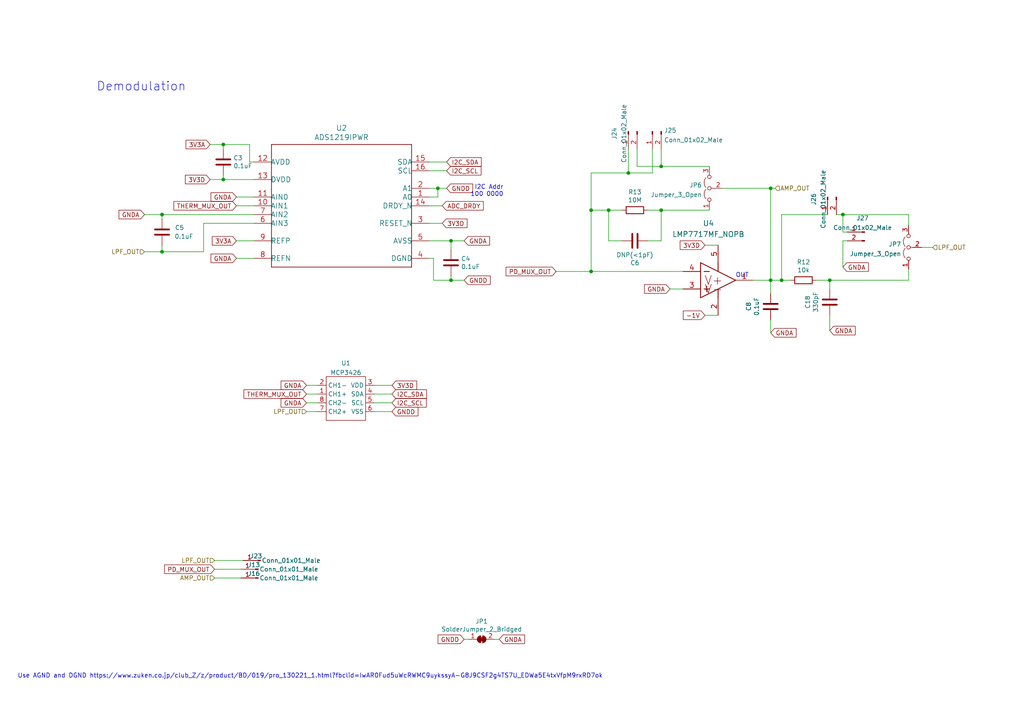
<source format=kicad_sch>
(kicad_sch (version 20211123) (generator eeschema)
  (paper "A4")
  (lib_symbols
    (symbol "Connector:Conn_01x01_Male" (pin_names (offset 1.016) hide)
      (property "Reference" "J" (at 0 2.54 0))
      (property "Value" "Conn_01x01_Male" (at 0 -2.54 0))
      (symbol "Conn_01x01_Male_1_1"
        (polyline (pts (xy 1.27 0) (xy 0.8636 0)) (stroke (width 0.1524)))
        (rectangle (start 0.8636 0.127) (end 0 -0.127) (stroke (width 0.1524)) (fill (type outline)))
        (pin passive line (at 5.08 0 180) (length 3.81) (name "Pin_1") (number "1"))
      )
    )
    (symbol "Connector:Conn_01x02_Male" (pin_names (offset 1.016) hide)
      (property "Reference" "J" (at 0 2.54 0))
      (property "Value" "Conn_01x02_Male" (at 0 -5.08 0))
      (symbol "Conn_01x02_Male_1_1"
        (polyline (pts (xy 1.27 -2.54) (xy 0.8636 -2.54)) (stroke (width 0.1524)))
        (polyline (pts (xy 1.27 0) (xy 0.8636 0)) (stroke (width 0.1524)))
        (rectangle (start 0.8636 -2.413) (end 0 -2.667) (stroke (width 0.1524)) (fill (type outline)))
        (rectangle (start 0.8636 0.127) (end 0 -0.127) (stroke (width 0.1524)) (fill (type outline)))
        (pin passive line (at 5.08 0 180) (length 3.81) (name "Pin_1") (number "1"))
        (pin passive line (at 5.08 -2.54 180) (length 3.81) (name "Pin_2") (number "2"))
      )
    )
    (symbol "Device:C" (pin_numbers hide) (pin_names (offset 0.254))
      (property "Reference" "C" (at 0.635 2.54 0))
      (property "Value" "C" (at 0.635 -2.54 0))
      (symbol "C_0_1"
        (polyline (pts (xy -2.032 -0.762) (xy 2.032 -0.762)) (stroke (width 0.508)))
        (polyline (pts (xy -2.032 0.762) (xy 2.032 0.762)) (stroke (width 0.508)))
      )
      (symbol "C_1_1"
        (pin passive line (at 0 3.81 270) (length 2.794) (name "~") (number "1"))
        (pin passive line (at 0 -3.81 90) (length 2.794) (name "~") (number "2"))
      )
    )
    (symbol "Device:R" (pin_numbers hide) (pin_names (offset 0))
      (property "Reference" "R" (at 2.032 0 90))
      (property "Value" "R" (at 0 0 90))
      (symbol "R_0_1"
        (rectangle (start -1.016 -2.54) (end 1.016 2.54) (stroke (width 0.254)))
      )
      (symbol "R_1_1"
        (pin passive line (at 0 3.81 270) (length 1.27) (name "~") (number "1"))
        (pin passive line (at 0 -3.81 90) (length 1.27) (name "~") (number "2"))
      )
    )
    (symbol "Jumper:Jumper_3_Open" (pin_names (offset 0) hide)
      (property "Reference" "JP" (at -2.54 -2.54 0))
      (property "Value" "Jumper_3_Open" (at 0 2.794 0))
      (symbol "Jumper_3_Open_0_0"
        (circle (center -3.302 0) (radius 0.508))
        (circle (center 0 0) (radius 0.508))
        (circle (center 3.302 0) (radius 0.508))
      )
      (symbol "Jumper_3_Open_0_1"
        (arc (start -0.254 1.016) (mid -1.651 1.4992) (end -3.048 1.016))
        (polyline (pts (xy 0 -0.508) (xy 0 -1.27)))
        (arc (start 3.048 1.016) (mid 1.651 1.4992) (end 0.254 1.016))
      )
      (symbol "Jumper_3_Open_1_1"
        (pin passive line (at -6.35 0 0) (length 2.54) (name "A") (number "1"))
        (pin input line (at 0 -3.81 90) (length 2.54) (name "C") (number "2"))
        (pin passive line (at 6.35 0 180) (length 2.54) (name "B") (number "3"))
      )
    )
    (symbol "Jumper:SolderJumper_2_Bridged" (pin_names (offset 0) hide)
      (property "Reference" "JP" (at 0 2.032 0))
      (property "Value" "SolderJumper_2_Bridged" (at 0 -2.54 0))
      (symbol "SolderJumper_2_Bridged_0_1"
        (rectangle (start -0.508 0.508) (end 0.508 -0.508) (fill (type outline)))
        (arc (start -0.254 1.016) (mid -1.27 0) (end -0.254 -1.016))
        (arc (start -0.254 1.016) (mid -1.27 0) (end -0.254 -1.016) (fill (type outline)))
        (polyline (pts (xy -0.254 1.016) (xy -0.254 -1.016)))
        (polyline (pts (xy 0.254 1.016) (xy 0.254 -1.016)))
        (arc (start 0.254 -1.016) (mid 1.27 0) (end 0.254 1.016))
        (arc (start 0.254 -1.016) (mid 1.27 0) (end 0.254 1.016) (fill (type outline)))
      )
      (symbol "SolderJumper_2_Bridged_1_1"
        (pin passive line (at -3.81 0 0) (length 2.54) (name "A") (number "1"))
        (pin passive line (at 3.81 0 180) (length 2.54) (name "B") (number "2"))
      )
    )
    (symbol "Ninja-qPCR:ADS122C04IPWR" (pin_names (offset -0.254))
      (property "Reference" "U" (at 0 2.54 0))
      (property "Value" "Ninja-qPCR_ADS122C04IPWR" (at 0 0 0))
      (symbol "ADS122C04IPWR_1_1"
        (polyline (pts (xy -20.32 -17.78) (xy 20.32 -17.78)) (stroke (width 0.2032)))
        (polyline (pts (xy -20.32 17.78) (xy -20.32 -17.78)) (stroke (width 0.2032)))
        (polyline (pts (xy 20.32 -17.78) (xy 20.32 17.78)) (stroke (width 0.2032)))
        (polyline (pts (xy 20.32 17.78) (xy -20.32 17.78)) (stroke (width 0.2032)))
        (pin input line (at 25.4 2.54 180) (length 5.08) (name "A0") (number "1"))
        (pin input line (at -25.4 0 0) (length 5.08) (name "AIN1") (number "10"))
        (pin input line (at -25.4 2.54 0) (length 5.08) (name "AIN0") (number "11"))
        (pin power_in line (at -25.4 12.7 0) (length 5.08) (name "AVDD") (number "12"))
        (pin power_in line (at -25.4 7.62 0) (length 5.08) (name "DVDD") (number "13"))
        (pin output line (at 25.4 0 180) (length 5.08) (name "DRDY_N") (number "14"))
        (pin bidirectional line (at 25.4 12.7 180) (length 5.08) (name "SDA") (number "15"))
        (pin input line (at 25.4 10.16 180) (length 5.08) (name "SCL") (number "16"))
        (pin input line (at 25.4 5.08 180) (length 5.08) (name "A1") (number "2"))
        (pin input line (at 25.4 -5.08 180) (length 5.08) (name "RESET_N") (number "3"))
        (pin power_in line (at 25.4 -15.24 180) (length 5.08) (name "DGND") (number "4"))
        (pin power_in line (at 25.4 -10.16 180) (length 5.08) (name "AVSS") (number "5"))
        (pin input line (at -25.4 -5.08 0) (length 5.08) (name "AIN3") (number "6"))
        (pin input line (at -25.4 -2.54 0) (length 5.08) (name "AIN2") (number "7"))
        (pin input line (at -25.4 -15.24 0) (length 5.08) (name "REFN") (number "8"))
        (pin input line (at -25.4 -10.16 0) (length 5.08) (name "REFP") (number "9"))
      )
    )
    (symbol "Ninja-qPCR:LMP7717MF_NOPB" (pin_names (offset 0) hide)
      (property "Reference" "U" (at 15.748 0.254 0))
      (property "Value" "Ninja-qPCR_LMP7717MF_NOPB" (at 15.748 -2.286 0))
      (symbol "LMP7717MF_NOPB_0_0"
        (text "V+" (at 3.81 -5.08 0) (effects (font (size 2.54 2.54))))
        (text "V-" (at 3.81 -7.62 0) (effects (font (size 2.54 2.54))))
      )
      (symbol "LMP7717MF_NOPB_1_1"
        (polyline (pts (xy 0 -10.16) (xy 10.16 -5.08)) (stroke (width 0.254)))
        (polyline (pts (xy 0 0) (xy 0 -10.16)) (stroke (width 0.254)))
        (polyline (pts (xy 0 0) (xy 10.16 -5.08)) (stroke (width 0.254)))
        (polyline (pts (xy 1.016 -7.62) (xy 2.54 -7.62)) (stroke (width 0.254)))
        (polyline (pts (xy 1.016 -2.54) (xy 2.54 -2.54)) (stroke (width 0.254)))
        (polyline (pts (xy 1.778 -6.858) (xy 1.778 -8.382)) (stroke (width 0.254)))
        (polyline (pts (xy 5.08 -7.62) (xy 5.08 -10.16)) (stroke (width 0.254)))
        (polyline (pts (xy 5.08 0) (xy 5.08 -2.54)) (stroke (width 0.254)))
        (pin output line (at 15.24 -5.08 180) (length 5.08) (name "OUT") (number "1"))
        (pin power_in line (at 5.08 -15.24 90) (length 5.08) (name "V-") (number "2"))
        (pin input line (at -5.08 -7.62 0) (length 5.08) (name "IN+") (number "3"))
        (pin input line (at -5.08 -2.54 0) (length 5.08) (name "IN-") (number "4"))
        (pin power_in line (at 5.08 5.08 270) (length 5.08) (name "V+") (number "5"))
      )
    )
    (symbol "Ninja-qPCR:MCP3426"
      (property "Reference" "U" (at 5.08 3.81 0))
      (property "Value" "MCP3426" (at 6.35 -11.43 0))
      (symbol "MCP3426_0_1"
        (rectangle (start 0 2.54) (end 11.43 -10.16) (stroke (width 0.1524)))
      )
      (symbol "MCP3426_1_1"
        (pin input line (at -2.54 -2.54 0) (length 2.54) (name "CH1+") (number "1"))
        (pin input line (at -2.54 0 0) (length 2.54) (name "CH1-") (number "2"))
        (pin input line (at 13.97 0 180) (length 2.54) (name "VDD") (number "3"))
        (pin input line (at 13.97 -2.54 180) (length 2.54) (name "SDA") (number "4"))
        (pin input line (at 13.97 -5.08 180) (length 2.54) (name "SCL") (number "5"))
        (pin input line (at 13.97 -7.62 180) (length 2.54) (name "VSS") (number "6"))
        (pin input line (at -2.54 -7.62 0) (length 2.54) (name "CH2+") (number "7"))
        (pin input line (at -2.54 -5.08 0) (length 2.54) (name "CH2-") (number "8"))
      )
    )
  )
  (junction (at 171.45 60.96))
  (junction (at 130.81 81.28))
  (junction (at 240.665 81.28))
  (junction (at 244.475 62.23))
  (junction (at 176.53 60.96))
  (junction (at 191.77 48.26))
  (junction (at 64.77 52.07))
  (junction (at 64.77 41.91))
  (junction (at 182.245 50.165))
  (junction (at 46.99 62.23))
  (junction (at 226.695 81.28))
  (junction (at 191.77 60.96))
  (junction (at 171.45 78.74))
  (junction (at 223.52 54.61))
  (junction (at 46.99 73.025))
  (junction (at 127 54.61))
  (junction (at 130.81 69.85))
  (junction (at 223.52 81.28))
  (wire (pts (xy 240.665 81.28) (xy 263.525 81.28)))
  (wire (pts (xy 68.58 57.15) (xy 73.66 57.15)))
  (wire (pts (xy 191.77 60.96) (xy 191.77 69.85)))
  (wire (pts (xy 108.585 116.84) (xy 113.665 116.84)))
  (wire (pts (xy 161.29 78.74) (xy 171.45 78.74)))
  (wire (pts (xy 263.525 62.23) (xy 263.525 65.405)))
  (wire (pts (xy 240.665 81.28) (xy 240.665 83.82)))
  (wire (pts (xy 130.81 69.85) (xy 134.62 69.85)))
  (wire (pts (xy 218.44 81.28) (xy 223.52 81.28)))
  (wire (pts (xy 46.99 73.025) (xy 59.055 73.025)))
  (wire (pts (xy 64.77 52.07) (xy 73.66 52.07)))
  (wire (pts (xy 62.23 167.64) (xy 69.85 167.64)))
  (wire (pts (xy 191.77 43.18) (xy 191.77 48.26)))
  (wire (pts (xy 60.96 52.07) (xy 64.77 52.07)))
  (wire (pts (xy 134.62 185.42) (xy 135.89 185.42)))
  (wire (pts (xy 180.34 69.85) (xy 176.53 69.85)))
  (wire (pts (xy 171.45 60.96) (xy 171.45 78.74)))
  (wire (pts (xy 176.53 60.96) (xy 171.45 60.96)))
  (wire (pts (xy 236.855 81.28) (xy 240.665 81.28)))
  (wire (pts (xy 128.27 59.69) (xy 124.46 59.69)))
  (wire (pts (xy 189.23 43.18) (xy 189.23 50.165)))
  (wire (pts (xy 124.46 49.53) (xy 129.54 49.53)))
  (wire (pts (xy 130.81 81.28) (xy 130.81 80.01)))
  (wire (pts (xy 226.695 62.23) (xy 226.695 81.28)))
  (wire (pts (xy 244.475 69.85) (xy 244.475 77.47)))
  (wire (pts (xy 124.46 46.99) (xy 129.54 46.99)))
  (wire (pts (xy 242.57 62.23) (xy 244.475 62.23)))
  (wire (pts (xy 226.695 81.28) (xy 229.235 81.28)))
  (wire (pts (xy 46.99 62.23) (xy 73.66 62.23)))
  (wire (pts (xy 130.81 81.28) (xy 125.73 81.28)))
  (wire (pts (xy 124.46 69.85) (xy 130.81 69.85)))
  (wire (pts (xy 46.99 71.12) (xy 46.99 73.025)))
  (wire (pts (xy 223.52 54.61) (xy 223.52 81.28)))
  (wire (pts (xy 68.58 69.85) (xy 73.66 69.85)))
  (wire (pts (xy 205.74 48.26) (xy 191.77 48.26)))
  (wire (pts (xy 184.785 48.26) (xy 184.785 43.18)))
  (wire (pts (xy 88.9 114.3) (xy 92.075 114.3)))
  (wire (pts (xy 263.525 81.28) (xy 263.525 78.105)))
  (wire (pts (xy 130.81 72.39) (xy 130.81 69.85)))
  (wire (pts (xy 68.58 59.69) (xy 73.66 59.69)))
  (wire (pts (xy 88.9 119.38) (xy 92.075 119.38)))
  (wire (pts (xy 204.47 91.44) (xy 208.28 91.44)))
  (wire (pts (xy 59.055 64.77) (xy 73.66 64.77)))
  (wire (pts (xy 176.53 69.85) (xy 176.53 60.96)))
  (wire (pts (xy 72.39 41.91) (xy 72.39 46.99)))
  (wire (pts (xy 60.96 41.91) (xy 64.77 41.91)))
  (wire (pts (xy 223.52 92.71) (xy 223.52 96.52)))
  (wire (pts (xy 128.27 64.77) (xy 124.46 64.77)))
  (wire (pts (xy 245.745 69.85) (xy 244.475 69.85)))
  (wire (pts (xy 144.78 185.42) (xy 143.51 185.42)))
  (wire (pts (xy 108.585 119.38) (xy 113.665 119.38)))
  (wire (pts (xy 240.665 91.44) (xy 240.665 95.885)))
  (wire (pts (xy 171.45 50.165) (xy 171.45 60.96)))
  (wire (pts (xy 244.475 62.23) (xy 263.525 62.23)))
  (wire (pts (xy 125.73 74.93) (xy 124.46 74.93)))
  (wire (pts (xy 223.52 81.28) (xy 226.695 81.28)))
  (wire (pts (xy 64.77 50.8) (xy 64.77 52.07)))
  (wire (pts (xy 73.66 74.93) (xy 68.58 74.93)))
  (wire (pts (xy 240.03 62.23) (xy 226.695 62.23)))
  (wire (pts (xy 127 57.15) (xy 127 54.61)))
  (wire (pts (xy 64.77 43.18) (xy 64.77 41.91)))
  (wire (pts (xy 108.585 114.3) (xy 113.665 114.3)))
  (wire (pts (xy 182.245 43.18) (xy 182.245 50.165)))
  (wire (pts (xy 41.91 73.025) (xy 46.99 73.025)))
  (wire (pts (xy 194.31 83.82) (xy 198.12 83.82)))
  (wire (pts (xy 124.46 57.15) (xy 127 57.15)))
  (wire (pts (xy 41.91 62.23) (xy 46.99 62.23)))
  (wire (pts (xy 223.52 54.61) (xy 224.79 54.61)))
  (wire (pts (xy 124.46 54.61) (xy 127 54.61)))
  (wire (pts (xy 187.96 69.85) (xy 191.77 69.85)))
  (wire (pts (xy 191.77 48.26) (xy 184.785 48.26)))
  (wire (pts (xy 108.585 111.76) (xy 113.665 111.76)))
  (wire (pts (xy 62.23 162.56) (xy 70.485 162.56)))
  (wire (pts (xy 209.55 54.61) (xy 223.52 54.61)))
  (wire (pts (xy 244.475 62.23) (xy 244.475 67.31)))
  (wire (pts (xy 46.99 62.23) (xy 46.99 63.5)))
  (wire (pts (xy 125.73 81.28) (xy 125.73 74.93)))
  (wire (pts (xy 171.45 78.74) (xy 198.12 78.74)))
  (wire (pts (xy 245.745 67.31) (xy 244.475 67.31)))
  (wire (pts (xy 88.9 111.76) (xy 92.075 111.76)))
  (wire (pts (xy 204.47 71.12) (xy 208.28 71.12)))
  (wire (pts (xy 88.9 116.84) (xy 92.075 116.84)))
  (wire (pts (xy 127 54.61) (xy 129.54 54.61)))
  (wire (pts (xy 267.335 71.755) (xy 270.51 71.755)))
  (wire (pts (xy 59.055 73.025) (xy 59.055 64.77)))
  (wire (pts (xy 182.245 50.165) (xy 171.45 50.165)))
  (wire (pts (xy 191.77 60.96) (xy 187.96 60.96)))
  (wire (pts (xy 134.62 81.28) (xy 130.81 81.28)))
  (wire (pts (xy 223.52 81.28) (xy 223.52 85.09)))
  (wire (pts (xy 62.23 165.1) (xy 69.85 165.1)))
  (wire (pts (xy 64.77 41.91) (xy 72.39 41.91)))
  (wire (pts (xy 205.74 60.96) (xy 191.77 60.96)))
  (wire (pts (xy 189.23 50.165) (xy 182.245 50.165)))
  (wire (pts (xy 176.53 60.96) (xy 180.34 60.96)))
  (wire (pts (xy 72.39 46.99) (xy 73.66 46.99)))
  (text "Use AGND and DGND  https://www.zuken.co.jp/club_Z/z/product/BD/019/pro_130221_1.html?fbclid=IwAR0Fud5uWcRWMC9uykssyA-G8J9CSF2g4TS7U_EDWa5E4txVfpM9rxRD7ok" (at 5.08 196.85 0) (effects (font (size 1.27 1.27)) (justify left bottom)))
  (text "Demodulation" (at 27.94 26.67 0) (effects (font (size 2.54 2.54)) (justify left bottom)))
  (text "I2C Addr\n100 0000" (at 146.05 57.15 180) (effects (font (size 1.27 1.27)) (justify right bottom)))
  (text "OUT" (at 213.36 80.645 0) (effects (font (size 1.27 1.27)) (justify left bottom)))
  (global_label "I2C_SCL" (shape input) (at 129.54 49.53 0) (property "Intersheet References" "${INTERSHEET_REFS}" (effects hide)))
  (global_label "ADC_DRDY" (shape input) (at 128.27 59.69 0) (property "Intersheet References" "${INTERSHEET_REFS}" (effects hide)))
  (global_label "3V3A" (shape input) (at 68.58 69.85 180) (property "Intersheet References" "${INTERSHEET_REFS}" (effects hide)))
  (global_label "3V3D" (shape input) (at 113.665 111.76 0) (property "Intersheet References" "${INTERSHEET_REFS}" (effects hide)))
  (global_label "GNDA" (shape input) (at 41.91 62.23 180) (property "Intersheet References" "${INTERSHEET_REFS}" (effects hide)))
  (global_label "THERM_MUX_OUT" (shape input) (at 88.9 114.3 180) (property "Intersheet References" "${INTERSHEET_REFS}" (effects hide)))
  (global_label "3V3D" (shape input) (at 204.47 71.12 180) (property "Intersheet References" "${INTERSHEET_REFS}" (effects hide)))
  (global_label "I2C_SCL" (shape input) (at 113.665 116.84 0) (property "Intersheet References" "${INTERSHEET_REFS}" (effects hide)))
  (global_label "GNDA" (shape input) (at 88.9 111.76 180) (property "Intersheet References" "${INTERSHEET_REFS}" (effects hide)))
  (global_label "PD_MUX_OUT" (shape input) (at 62.23 165.1 180) (property "Intersheet References" "${INTERSHEET_REFS}" (effects hide)))
  (global_label "I2C_SDA" (shape input) (at 129.54 46.99 0) (property "Intersheet References" "${INTERSHEET_REFS}" (effects hide)))
  (global_label "PD_MUX_OUT" (shape input) (at 161.29 78.74 180) (property "Intersheet References" "${INTERSHEET_REFS}" (effects hide)))
  (global_label "GNDD" (shape input) (at 134.62 185.42 180) (property "Intersheet References" "${INTERSHEET_REFS}" (effects hide)))
  (global_label "3V3D" (shape input) (at 60.96 52.07 180) (property "Intersheet References" "${INTERSHEET_REFS}" (effects hide)))
  (global_label "I2C_SDA" (shape input) (at 113.665 114.3 0) (property "Intersheet References" "${INTERSHEET_REFS}" (effects hide)))
  (global_label "GNDA" (shape input) (at 144.78 185.42 0) (property "Intersheet References" "${INTERSHEET_REFS}" (effects hide)))
  (global_label "GNDA" (shape input) (at 88.9 116.84 180) (property "Intersheet References" "${INTERSHEET_REFS}" (effects hide)))
  (global_label "3V3D" (shape input) (at 128.27 64.77 0) (property "Intersheet References" "${INTERSHEET_REFS}" (effects hide)))
  (global_label "GNDD" (shape input) (at 113.665 119.38 0) (property "Intersheet References" "${INTERSHEET_REFS}" (effects hide)))
  (global_label "GNDA" (shape input) (at 240.665 95.885 0) (property "Intersheet References" "${INTERSHEET_REFS}" (effects hide)))
  (global_label "GNDD" (shape input) (at 129.54 54.61 0) (property "Intersheet References" "${INTERSHEET_REFS}" (effects hide)))
  (global_label "-1V" (shape input) (at 204.47 91.44 180) (property "Intersheet References" "${INTERSHEET_REFS}" (effects hide)))
  (global_label "GNDA" (shape input) (at 244.475 77.47 0) (property "Intersheet References" "${INTERSHEET_REFS}" (effects hide)))
  (global_label "GNDA" (shape input) (at 194.31 83.82 180) (property "Intersheet References" "${INTERSHEET_REFS}" (effects hide)))
  (global_label "3V3A" (shape input) (at 60.96 41.91 180) (property "Intersheet References" "${INTERSHEET_REFS}" (effects hide)))
  (global_label "GNDD" (shape input) (at 134.62 81.28 0) (property "Intersheet References" "${INTERSHEET_REFS}" (effects hide)))
  (global_label "GNDA" (shape input) (at 134.62 69.85 0) (property "Intersheet References" "${INTERSHEET_REFS}" (effects hide)))
  (global_label "THERM_MUX_OUT" (shape input) (at 68.58 59.69 180) (property "Intersheet References" "${INTERSHEET_REFS}" (effects hide)))
  (global_label "GNDA" (shape input) (at 223.52 96.52 0) (property "Intersheet References" "${INTERSHEET_REFS}" (effects hide)))
  (global_label "GNDA" (shape input) (at 68.58 57.15 180) (property "Intersheet References" "${INTERSHEET_REFS}" (effects hide)))
  (global_label "GNDA" (shape input) (at 68.58 74.93 180) (property "Intersheet References" "${INTERSHEET_REFS}" (effects hide)))
  (hierarchical_label "LPF_OUT" (shape input) (at 270.51 71.755 0))
  (hierarchical_label "AMP_OUT" (shape input) (at 62.23 167.64 180))
  (hierarchical_label "AMP_OUT" (shape input) (at 224.79 54.61 0))
  (hierarchical_label "LPF_OUT" (shape input) (at 62.23 162.56 180))
  (hierarchical_label "LPF_OUT" (shape input) (at 88.9 119.38 180))
  (hierarchical_label "LPF_OUT" (shape input) (at 41.91 73.025 180))
  (symbol (lib_id "Connector:Conn_01x01_Male") (at 74.93 165.1 0) (mirror y) (unit 1)
    (property "Reference" "J13" (at 73.66 163.83 0))
    (property "Value" "Conn_01x01_Male" (at 83.82 165.1 0))
    (property "Footprint" "Connector_PinHeader_1.27mm:PinHeader_1x01_P1.27mm_Vertical" (effects hide))
  )
  (symbol (lib_id "Device:C") (at 223.52 88.9 0) (unit 1)
    (property "Reference" "C8" (at 217.1192 88.9 90))
    (property "Value" "0.1uF" (at 219.4306 88.9 90))
    (property "Footprint" "Capacitor_SMD:C_0603_1608Metric" (effects hide))
  )
  (symbol (lib_id "Device:R") (at 184.15 60.96 90) (mirror x) (unit 1)
    (property "Reference" "R13" (at 184.15 55.7022 90))
    (property "Value" "10M" (at 184.15 58.0136 90))
    (property "Footprint" "Resistor_SMD:R_0603_1608Metric" (effects hide))
  )
  (symbol (lib_id "Device:C") (at 184.15 69.85 270) (mirror x) (unit 1)
    (property "Reference" "C6" (at 184.15 76.2508 90))
    (property "Value" "DNP(<1pF)" (at 184.15 73.9394 90))
    (property "Footprint" "Capacitor_SMD:C_0603_1608Metric" (effects hide))
  )
  (symbol (lib_id "Ninja-qPCR:ADS122C04IPWR") (at 99.06 59.69 0) (unit 1)
    (property "Reference" "U2" (at 99.06 37.1348 0) (effects (font (size 1.524 1.524))))
    (property "Value" "ADS1219IPWR" (at 99.06 39.8272 0) (effects (font (size 1.524 1.524))))
    (property "Footprint" "Ninja-qPCR:ADS122C04IPWR" (effects hide))
  )
  (symbol (lib_id "Ninja-qPCR:LMP7717MF_NOPB") (at 203.2 76.2 0) (unit 1)
    (property "Reference" "U4" (at 203.835 64.77 0) (effects (font (size 1.524 1.524)) (justify left)))
    (property "Value" "LMP7717MF_NOPB" (at 194.945 67.945 0) (effects (font (size 1.524 1.524)) (justify left)))
    (property "Footprint" "Package_TO_SOT_SMD:SOT-23-5" (effects hide))
  )
  (symbol (lib_id "Device:C") (at 64.77 46.99 0) (unit 1)
    (property "Reference" "C3" (at 67.691 45.8216 0) (effects (justify left)))
    (property "Value" "0.1uF" (at 67.691 48.133 0) (effects (justify left)))
    (property "Footprint" "Capacitor_SMD:C_0603_1608Metric" (effects hide))
  )
  (symbol (lib_id "Device:C") (at 130.81 76.2 0) (unit 1)
    (property "Reference" "C4" (at 133.731 75.0316 0) (effects (justify left)))
    (property "Value" "0.1uF" (at 133.731 77.343 0) (effects (justify left)))
    (property "Footprint" "Capacitor_SMD:C_0603_1608Metric" (effects hide))
  )
  (symbol (lib_id "Jumper:SolderJumper_2_Bridged") (at 139.7 185.42 0) (unit 1)
    (property "Reference" "JP1" (at 139.7 180.213 0))
    (property "Value" "SolderJumper_2_Bridged" (at 139.7 182.5244 0))
    (property "Footprint" "Jumper:SolderJumper-2_P1.3mm_Bridged_RoundedPad1.0x1.5mm" (effects hide))
  )
  (symbol (lib_id "Connector:Conn_01x01_Male") (at 74.93 167.64 0) (mirror y) (unit 1)
    (property "Reference" "J16" (at 73.66 166.37 0))
    (property "Value" "Conn_01x01_Male" (at 83.82 167.64 0))
    (property "Footprint" "Connector_PinHeader_1.27mm:PinHeader_1x01_P1.27mm_Vertical" (effects hide))
  )
  (symbol (lib_id "Connector:Conn_01x01_Male") (at 75.565 162.56 0) (mirror y) (unit 1)
    (property "Reference" "J23" (at 74.295 161.29 0))
    (property "Value" "Conn_01x01_Male" (at 84.455 162.56 0))
    (property "Footprint" "Connector_PinHeader_1.27mm:PinHeader_1x01_P1.27mm_Vertical" (effects hide))
  )
  (symbol (lib_id "Connector:Conn_01x02_Male") (at 189.23 38.1 90) (mirror x) (unit 1)
    (property "Reference" "J25" (at 192.6082 37.8265 90) (effects (justify right)))
    (property "Value" "Conn_01x02_Male" (at 192.6082 40.6016 90) (effects (justify right)))
    (property "Footprint" "Connector_PinHeader_1.27mm:PinHeader_1x02_P1.27mm_Vertical" (effects hide))
  )
  (symbol (lib_id "Connector:Conn_01x02_Male") (at 182.245 38.1 90) (mirror x) (unit 1)
    (property "Reference" "J24" (at 178.2023 38.735 0))
    (property "Value" "Conn_01x02_Male" (at 180.9774 38.735 0))
    (property "Footprint" "Connector_PinHeader_1.27mm:PinHeader_1x02_P1.27mm_Vertical" (effects hide))
  )
  (symbol (lib_id "Connector:Conn_01x02_Male") (at 250.825 67.31 0) (mirror y) (unit 1)
    (property "Reference" "J27" (at 250.19 63.2673 0))
    (property "Value" "Conn_01x02_Male" (at 250.19 66.0424 0))
    (property "Footprint" "Connector_PinHeader_1.27mm:PinHeader_1x02_P1.27mm_Vertical" (effects hide))
  )
  (symbol (lib_id "Ninja-qPCR:MCP3426") (at 94.615 111.76 0) (unit 1)
    (property "Reference" "U1" (at 100.33 105.3043 0))
    (property "Value" "MCP3426" (at 100.33 108.0794 0))
    (property "Footprint" "Package_SO:SOIC-8_3.9x4.9mm_P1.27mm" (effects hide))
  )
  (symbol (lib_id "Device:C") (at 240.665 87.63 0) (unit 1)
    (property "Reference" "C18" (at 234.2642 87.63 90))
    (property "Value" "330pF" (at 236.5756 87.63 90))
    (property "Footprint" "Capacitor_SMD:C_0402_1005Metric" (effects hide))
  )
  (symbol (lib_id "Device:R") (at 233.045 81.28 270) (unit 1)
    (property "Reference" "R12" (at 233.045 76.0222 90))
    (property "Value" "10k" (at 233.045 78.3336 90))
    (property "Footprint" "Resistor_SMD:R_0603_1608Metric" (effects hide))
  )
  (symbol (lib_id "Jumper:Jumper_3_Open") (at 263.525 71.755 90) (unit 1)
    (property "Reference" "JP7" (at 261.3909 70.8465 90) (effects (justify left)))
    (property "Value" "Jumper_3_Open" (at 261.3909 73.6216 90) (effects (justify left)))
    (property "Footprint" "Jumper:SolderJumper-3_P2.0mm_Open_TrianglePad1.0x1.5mm" (effects hide))
  )
  (symbol (lib_id "Connector:Conn_01x02_Male") (at 240.03 57.15 90) (mirror x) (unit 1)
    (property "Reference" "J26" (at 235.9873 57.785 0))
    (property "Value" "Conn_01x02_Male" (at 238.7624 57.785 0))
    (property "Footprint" "Connector_PinHeader_1.27mm:PinHeader_1x02_P1.27mm_Vertical" (effects hide))
  )
  (symbol (lib_id "Device:C") (at 46.99 67.31 0) (unit 1)
    (property "Reference" "C5" (at 52.07 66.04 0))
    (property "Value" "0.1uF" (at 53.34 68.58 0))
    (property "Footprint" "Capacitor_SMD:C_0603_1608Metric" (effects hide))
  )
  (symbol (lib_id "Jumper:Jumper_3_Open") (at 205.74 54.61 90) (unit 1)
    (property "Reference" "JP6" (at 203.6059 53.7015 90) (effects (justify left)))
    (property "Value" "Jumper_3_Open" (at 203.6059 56.4766 90) (effects (justify left)))
    (property "Footprint" "Jumper:SolderJumper-3_P2.0mm_Open_TrianglePad1.0x1.5mm" (effects hide))
  )
)
</source>
